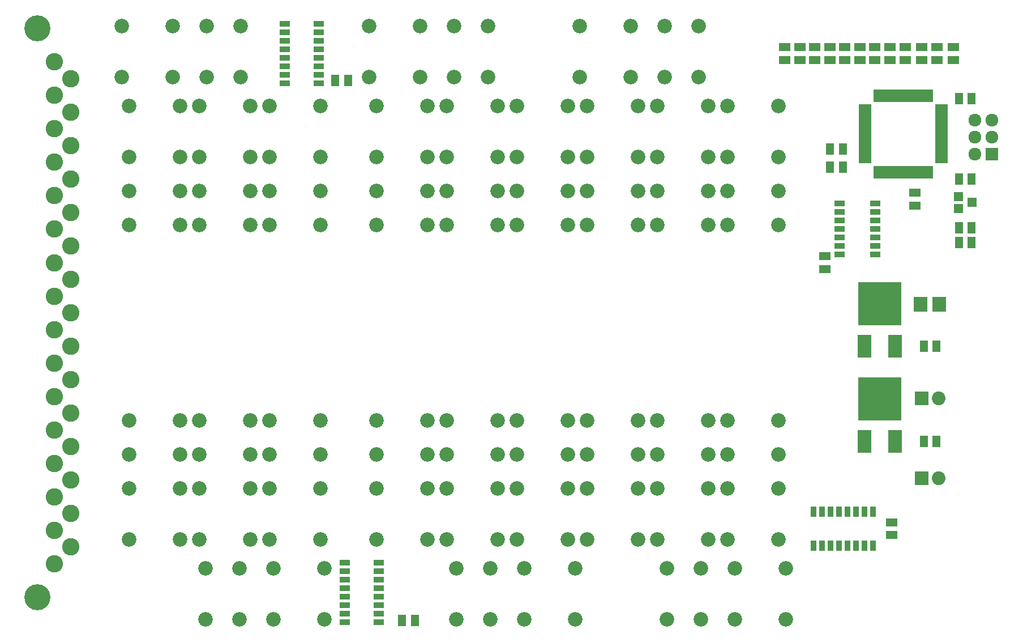
<source format=gts>
G04 #@! TF.GenerationSoftware,KiCad,Pcbnew,(5.1.5)-3*
G04 #@! TF.CreationDate,2021-08-30T19:46:45+02:00*
G04 #@! TF.ProjectId,zs8,7a73382e-6b69-4636-9164-5f7063625858,0421 - A*
G04 #@! TF.SameCoordinates,Original*
G04 #@! TF.FileFunction,Soldermask,Top*
G04 #@! TF.FilePolarity,Negative*
%FSLAX46Y46*%
G04 Gerber Fmt 4.6, Leading zero omitted, Abs format (unit mm)*
G04 Created by KiCad (PCBNEW (5.1.5)-3) date 2021-08-30 19:46:45*
%MOMM*%
%LPD*%
G04 APERTURE LIST*
%ADD10C,3.900120*%
%ADD11C,2.599640*%
%ADD12C,2.178000*%
%ADD13R,1.289000X1.797000*%
%ADD14R,1.797000X1.289000*%
%ADD15R,2.000200X2.203400*%
%ADD16R,2.051000X2.051000*%
%ADD17C,2.051000*%
%ADD18R,1.924000X1.924000*%
%ADD19C,1.924000*%
%ADD20R,1.314400X1.314400*%
%ADD21R,0.806400X1.924000*%
%ADD22R,1.924000X0.806400*%
%ADD23R,0.908000X1.543000*%
%ADD24R,1.543000X0.908000*%
%ADD25R,2.051000X3.448000*%
%ADD26R,6.496000X6.496000*%
G04 APERTURE END LIST*
D10*
X94998740Y-142501820D03*
D11*
X97500640Y-62499440D03*
X97498100Y-102499360D03*
X97498100Y-107500620D03*
X97498100Y-117500600D03*
X97498100Y-112499340D03*
X97498100Y-132499300D03*
X97498100Y-137500560D03*
X97498100Y-127500580D03*
X97498100Y-122499320D03*
X97498100Y-82499400D03*
X97498100Y-87500660D03*
X97498100Y-97500640D03*
X97498100Y-92499380D03*
X97498100Y-72499420D03*
X97498100Y-77500680D03*
X97498100Y-67500700D03*
X100000000Y-65001340D03*
X100000000Y-75001320D03*
X100000000Y-70000060D03*
X100000000Y-90000020D03*
X100000000Y-95001280D03*
X100000000Y-85001300D03*
X100000000Y-80000040D03*
X100000000Y-119999960D03*
X100000000Y-125001220D03*
X100000000Y-135001200D03*
X100000000Y-129999940D03*
X100000000Y-109999980D03*
X100000000Y-115001240D03*
X100000000Y-105001260D03*
X100000000Y-100000000D03*
D10*
X94998740Y-57500720D03*
D12*
X107610000Y-64810000D03*
X107610000Y-57190000D03*
X115230000Y-64810000D03*
X120310000Y-64810000D03*
X125390000Y-64810000D03*
X115230000Y-57190000D03*
X120310000Y-57190000D03*
X125390000Y-57190000D03*
X119190000Y-69110000D03*
X126810000Y-69110000D03*
X119190000Y-76730000D03*
X119190000Y-81810000D03*
X119190000Y-86890000D03*
X126810000Y-76730000D03*
X126810000Y-81810000D03*
X126810000Y-86890000D03*
X129690000Y-69110000D03*
X137310000Y-69110000D03*
X129690000Y-76730000D03*
X129690000Y-81810000D03*
X129690000Y-86890000D03*
X137310000Y-76730000D03*
X137310000Y-81810000D03*
X137310000Y-86890000D03*
X108690000Y-69110000D03*
X116310000Y-69110000D03*
X108690000Y-76730000D03*
X108690000Y-81810000D03*
X108690000Y-86890000D03*
X116310000Y-76730000D03*
X116310000Y-81810000D03*
X116310000Y-86890000D03*
X144610000Y-64810000D03*
X144610000Y-57190000D03*
X152230000Y-64810000D03*
X157310000Y-64810000D03*
X162390000Y-64810000D03*
X152230000Y-57190000D03*
X157310000Y-57190000D03*
X162390000Y-57190000D03*
X156190000Y-69110000D03*
X163810000Y-69110000D03*
X156190000Y-76730000D03*
X156190000Y-81810000D03*
X156190000Y-86890000D03*
X163810000Y-76730000D03*
X163810000Y-81810000D03*
X163810000Y-86890000D03*
X166690000Y-69110000D03*
X174310000Y-69110000D03*
X166690000Y-76730000D03*
X166690000Y-81810000D03*
X166690000Y-86890000D03*
X174310000Y-76730000D03*
X174310000Y-81810000D03*
X174310000Y-86890000D03*
X145690000Y-69110000D03*
X153310000Y-69110000D03*
X145690000Y-76730000D03*
X145690000Y-81810000D03*
X145690000Y-86890000D03*
X153310000Y-76730000D03*
X153310000Y-81810000D03*
X153310000Y-86890000D03*
X176110000Y-64810000D03*
X176110000Y-57190000D03*
X183730000Y-64810000D03*
X188810000Y-64810000D03*
X193890000Y-64810000D03*
X183730000Y-57190000D03*
X188810000Y-57190000D03*
X193890000Y-57190000D03*
X187690000Y-69110000D03*
X195310000Y-69110000D03*
X187690000Y-76730000D03*
X187690000Y-81810000D03*
X187690000Y-86890000D03*
X195310000Y-76730000D03*
X195310000Y-81810000D03*
X195310000Y-86890000D03*
X198190000Y-69110000D03*
X205810000Y-69110000D03*
X198190000Y-76730000D03*
X198190000Y-81810000D03*
X198190000Y-86890000D03*
X205810000Y-76730000D03*
X205810000Y-81810000D03*
X205810000Y-86890000D03*
X177190000Y-69110000D03*
X184810000Y-69110000D03*
X177190000Y-76730000D03*
X177190000Y-81810000D03*
X177190000Y-86890000D03*
X184810000Y-76730000D03*
X184810000Y-81810000D03*
X184810000Y-86890000D03*
X137890000Y-138190000D03*
X137890000Y-145810000D03*
X130270000Y-138190000D03*
X125190000Y-138190000D03*
X120110000Y-138190000D03*
X130270000Y-145810000D03*
X125190000Y-145810000D03*
X120110000Y-145810000D03*
X126810000Y-133890000D03*
X119190000Y-133890000D03*
X126810000Y-126270000D03*
X126810000Y-121190000D03*
X126810000Y-116110000D03*
X119190000Y-126270000D03*
X119190000Y-121190000D03*
X119190000Y-116110000D03*
X116310000Y-133890000D03*
X108690000Y-133890000D03*
X116310000Y-126270000D03*
X116310000Y-121190000D03*
X116310000Y-116110000D03*
X108690000Y-126270000D03*
X108690000Y-121190000D03*
X108690000Y-116110000D03*
X137310000Y-133890000D03*
X129690000Y-133890000D03*
X137310000Y-126270000D03*
X137310000Y-121190000D03*
X137310000Y-116110000D03*
X129690000Y-126270000D03*
X129690000Y-121190000D03*
X129690000Y-116110000D03*
X175390000Y-138190000D03*
X175390000Y-145810000D03*
X167770000Y-138190000D03*
X162690000Y-138190000D03*
X157610000Y-138190000D03*
X167770000Y-145810000D03*
X162690000Y-145810000D03*
X157610000Y-145810000D03*
X163810000Y-133890000D03*
X156190000Y-133890000D03*
X163810000Y-126270000D03*
X163810000Y-121190000D03*
X163810000Y-116110000D03*
X156190000Y-126270000D03*
X156190000Y-121190000D03*
X156190000Y-116110000D03*
X153310000Y-133890000D03*
X145690000Y-133890000D03*
X153310000Y-126270000D03*
X153310000Y-121190000D03*
X153310000Y-116110000D03*
X145690000Y-126270000D03*
X145690000Y-121190000D03*
X145690000Y-116110000D03*
X174310000Y-133890000D03*
X166690000Y-133890000D03*
X174310000Y-126270000D03*
X174310000Y-121190000D03*
X174310000Y-116110000D03*
X166690000Y-126270000D03*
X166690000Y-121190000D03*
X166690000Y-116110000D03*
X206890000Y-138190000D03*
X206890000Y-145810000D03*
X199270000Y-138190000D03*
X194190000Y-138190000D03*
X189110000Y-138190000D03*
X199270000Y-145810000D03*
X194190000Y-145810000D03*
X189110000Y-145810000D03*
X195310000Y-133890000D03*
X187690000Y-133890000D03*
X195310000Y-126270000D03*
X195310000Y-121190000D03*
X195310000Y-116110000D03*
X187690000Y-126270000D03*
X187690000Y-121190000D03*
X187690000Y-116110000D03*
X184810000Y-133890000D03*
X177190000Y-133890000D03*
X184810000Y-126270000D03*
X184810000Y-121190000D03*
X184810000Y-116110000D03*
X177190000Y-126270000D03*
X177190000Y-121190000D03*
X177190000Y-116110000D03*
X205810000Y-133890000D03*
X198190000Y-133890000D03*
X205810000Y-126270000D03*
X205810000Y-121190000D03*
X205810000Y-116110000D03*
X198190000Y-126270000D03*
X198190000Y-121190000D03*
X198190000Y-116110000D03*
D13*
X227547500Y-119250000D03*
X229452500Y-119250000D03*
D14*
X229500000Y-62202500D03*
X229500000Y-60297500D03*
D13*
X215452500Y-75500000D03*
X213547500Y-75500000D03*
D14*
X226250000Y-82047500D03*
X226250000Y-83952500D03*
D13*
X232797500Y-68000000D03*
X234702500Y-68000000D03*
D14*
X212750000Y-91547500D03*
X212750000Y-93452500D03*
D13*
X227547500Y-105000000D03*
X229452500Y-105000000D03*
D15*
X227103000Y-98750000D03*
X229897000Y-98750000D03*
D16*
X227230000Y-124750000D03*
D17*
X229770000Y-124750000D03*
D16*
X227230000Y-112750000D03*
D17*
X229770000Y-112750000D03*
D18*
X237770000Y-76290000D03*
D19*
X235230000Y-76290000D03*
X237770000Y-73750000D03*
X235230000Y-73750000D03*
X237770000Y-71210000D03*
X235230000Y-71210000D03*
D14*
X227250000Y-60297500D03*
X227250000Y-62202500D03*
D20*
X232734000Y-84389000D03*
X232734000Y-82611000D03*
X234766000Y-83500000D03*
D13*
X234702500Y-80000000D03*
X232797500Y-80000000D03*
X234702500Y-87250000D03*
X232797500Y-87250000D03*
X232797500Y-89500000D03*
X234702500Y-89500000D03*
D14*
X232000000Y-60297500D03*
X232000000Y-62202500D03*
D21*
X224500000Y-67535000D03*
X223699900Y-67535000D03*
X222899800Y-67535000D03*
X222099700Y-67535000D03*
X221299600Y-67535000D03*
X220499500Y-67535000D03*
X225300100Y-67535000D03*
X226100200Y-67535000D03*
X226900300Y-67535000D03*
X227700400Y-67535000D03*
X228500500Y-67535000D03*
X224500000Y-78965000D03*
X223699900Y-78965000D03*
X222899800Y-78965000D03*
X222099700Y-78965000D03*
X221299600Y-78965000D03*
X220499500Y-78965000D03*
X225300100Y-78965000D03*
X226100200Y-78965000D03*
X226900300Y-78965000D03*
X227700400Y-78965000D03*
X228500500Y-78965000D03*
D22*
X218785000Y-73250000D03*
X230215000Y-73250000D03*
X218785000Y-74050100D03*
X230215000Y-74050100D03*
X230215000Y-74850200D03*
X218785000Y-74850200D03*
X218785000Y-75650300D03*
X230215000Y-75650300D03*
X230215000Y-76450400D03*
X218785000Y-76450400D03*
X218785000Y-77250500D03*
X230215000Y-77250500D03*
X230215000Y-72449900D03*
X218785000Y-72449900D03*
X218785000Y-71649800D03*
X230215000Y-71649800D03*
X230215000Y-70849700D03*
X218785000Y-70849700D03*
X218785000Y-70049600D03*
X230215000Y-70049600D03*
X230215000Y-69249500D03*
X218785000Y-69249500D03*
D23*
X219945000Y-129710000D03*
X218675000Y-129710000D03*
X217405000Y-129710000D03*
X216135000Y-129710000D03*
X214865000Y-129710000D03*
X213595000Y-129710000D03*
X212325000Y-129710000D03*
X211055000Y-129710000D03*
X211055000Y-134790000D03*
X212325000Y-134790000D03*
X213595000Y-134790000D03*
X214865000Y-134790000D03*
X216135000Y-134790000D03*
X217405000Y-134790000D03*
X218675000Y-134790000D03*
X219945000Y-134790000D03*
D24*
X146040000Y-146195000D03*
X146040000Y-144925000D03*
X146040000Y-143655000D03*
X146040000Y-142385000D03*
X146040000Y-141115000D03*
X146040000Y-139845000D03*
X146040000Y-138575000D03*
X146040000Y-137305000D03*
X140960000Y-137305000D03*
X140960000Y-138575000D03*
X140960000Y-139845000D03*
X140960000Y-141115000D03*
X140960000Y-142385000D03*
X140960000Y-143655000D03*
X140960000Y-144925000D03*
X140960000Y-146195000D03*
X137040000Y-65695000D03*
X137040000Y-64425000D03*
X137040000Y-63155000D03*
X137040000Y-61885000D03*
X137040000Y-60615000D03*
X137040000Y-59345000D03*
X137040000Y-58075000D03*
X137040000Y-56805000D03*
X131960000Y-56805000D03*
X131960000Y-58075000D03*
X131960000Y-59345000D03*
X131960000Y-60615000D03*
X131960000Y-61885000D03*
X131960000Y-63155000D03*
X131960000Y-64425000D03*
X131960000Y-65695000D03*
D25*
X218714000Y-119250000D03*
D26*
X221000000Y-112900000D03*
D25*
X223286000Y-119250000D03*
D24*
X220294000Y-91310000D03*
X220294000Y-90040000D03*
X220294000Y-88770000D03*
X220294000Y-87500000D03*
X220294000Y-86230000D03*
X220294000Y-84960000D03*
X220294000Y-83690000D03*
X214960000Y-83690000D03*
X214960000Y-84960000D03*
X214960000Y-86230000D03*
X214960000Y-87500000D03*
X214960000Y-88770000D03*
X214960000Y-90040000D03*
X214960000Y-91310000D03*
D13*
X213547500Y-78250000D03*
X215452500Y-78250000D03*
D14*
X213500000Y-62202500D03*
X213500000Y-60297500D03*
X215750000Y-62202500D03*
X215750000Y-60297500D03*
X218000000Y-62202500D03*
X218000000Y-60297500D03*
X220250000Y-62202500D03*
X220250000Y-60297500D03*
X222500000Y-62202500D03*
X222500000Y-60297500D03*
X224750000Y-62202500D03*
X224750000Y-60297500D03*
X211250000Y-62202500D03*
X211250000Y-60297500D03*
X209000000Y-62202500D03*
X209000000Y-60297500D03*
X206750000Y-62202500D03*
X206750000Y-60297500D03*
X222750000Y-131297500D03*
X222750000Y-133202500D03*
D13*
X149547500Y-146000000D03*
X151452500Y-146000000D03*
X139547500Y-65250000D03*
X141452500Y-65250000D03*
D25*
X218714000Y-105000000D03*
D26*
X221000000Y-98650000D03*
D25*
X223286000Y-105000000D03*
M02*

</source>
